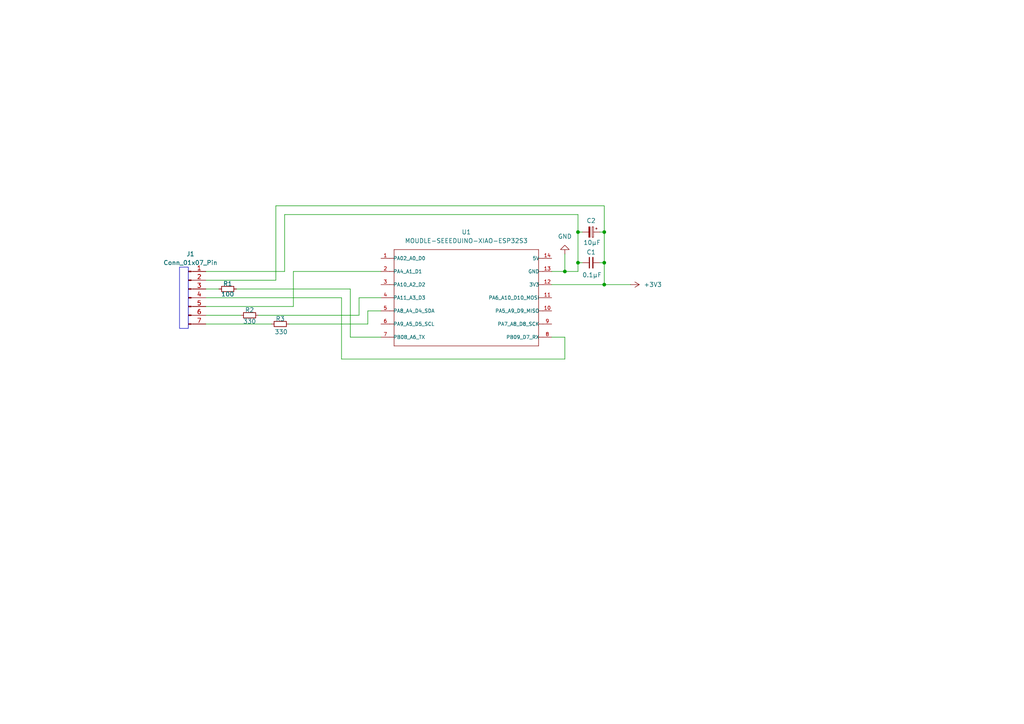
<source format=kicad_sch>
(kicad_sch (version 20250114) (generator "eeschema") (generator_version "9.0")
  (paper "A4")
  (lib_symbols
    (symbol "Connector:Conn_01x07_Pin" (pin_names (offset 1.016) (hide yes))
      (property "Reference" "J" (at 0 10.16 0))
      (property "Value" "Conn_01x07_Pin" (at 0 -10.16 0))
      (symbol "Conn_01x07_Pin_1_1"
        (rectangle (start 0.8636 7.747) (end 0 7.493) (stroke (width 0.1524)) (fill (type outline)))
        (rectangle (start 0.8636 5.207) (end 0 4.953) (stroke (width 0.1524)) (fill (type outline)))
        (rectangle (start 0.8636 2.667) (end 0 2.413) (stroke (width 0.1524)) (fill (type outline)))
        (rectangle (start 0.8636 0.127) (end 0 -0.127) (stroke (width 0.1524)) (fill (type outline)))
        (rectangle (start 0.8636 -2.413) (end 0 -2.667) (stroke (width 0.1524)) (fill (type outline)))
        (rectangle (start 0.8636 -4.953) (end 0 -5.207) (stroke (width 0.1524)) (fill (type outline)))
        (rectangle (start 0.8636 -7.493) (end 0 -7.747) (stroke (width 0.1524)) (fill (type outline)))
        (polyline (pts (xy 1.27 7.62) (xy 0.8636 7.62)) (stroke (width 0.1524)))
        (polyline (pts (xy 1.27 5.08) (xy 0.8636 5.08)) (stroke (width 0.1524)))
        (polyline (pts (xy 1.27 2.54) (xy 0.8636 2.54)) (stroke (width 0.1524)))
        (polyline (pts (xy 1.27 0) (xy 0.8636 0)) (stroke (width 0.1524)))
        (polyline (pts (xy 1.27 -2.54) (xy 0.8636 -2.54)) (stroke (width 0.1524)))
        (polyline (pts (xy 1.27 -5.08) (xy 0.8636 -5.08)) (stroke (width 0.1524)))
        (polyline (pts (xy 1.27 -7.62) (xy 0.8636 -7.62)) (stroke (width 0.1524)))
        (pin passive line (at 5.08 7.62 180) (length 3.81) (name "Pin_1") (number "1"))
        (pin passive line (at 5.08 5.08 180) (length 3.81) (name "Pin_2") (number "2"))
        (pin passive line (at 5.08 2.54 180) (length 3.81) (name "Pin_3") (number "3"))
        (pin passive line (at 5.08 0 180) (length 3.81) (name "Pin_4") (number "4"))
        (pin passive line (at 5.08 -2.54 180) (length 3.81) (name "Pin_5") (number "5"))
        (pin passive line (at 5.08 -5.08 180) (length 3.81) (name "Pin_6") (number "6"))
        (pin passive line (at 5.08 -7.62 180) (length 3.81) (name "Pin_7") (number "7"))
      )
    )
    (symbol "Device:C_Polarized_Small" (pin_numbers (hide yes)) (pin_names (offset 0.254) (hide yes))
      (property "Reference" "C" (at 0.254 1.778 0))
      (property "Value" "C_Polarized_Small" (at 0.254 -2.032 0))
      (symbol "C_Polarized_Small_0_1"
        (rectangle (start -1.524 0.6858) (end 1.524 0.3048))
        (rectangle (start -1.524 -0.3048) (end 1.524 -0.6858) (fill (type outline)))
        (polyline (pts (xy -1.27 1.524) (xy -0.762 1.524)))
        (polyline (pts (xy -1.016 1.27) (xy -1.016 1.778)))
      )
      (symbol "C_Polarized_Small_1_1"
        (pin passive line (at 0 2.54 270) (length 1.8542) (name "~") (number "1"))
        (pin passive line (at 0 -2.54 90) (length 1.8542) (name "~") (number "2"))
      )
    )
    (symbol "Device:C_Small" (pin_numbers (hide yes)) (pin_names (offset 0.254) (hide yes))
      (property "Reference" "C" (at 0.254 1.778 0))
      (property "Value" "C_Small" (at 0.254 -2.032 0))
      (symbol "C_Small_0_1"
        (polyline (pts (xy -1.524 0.508) (xy 1.524 0.508)) (stroke (width 0.3048)))
        (polyline (pts (xy -1.524 -0.508) (xy 1.524 -0.508)) (stroke (width 0.3302)))
      )
      (symbol "C_Small_1_1"
        (pin passive line (at 0 2.54 270) (length 2.032) (name "~") (number "1"))
        (pin passive line (at 0 -2.54 90) (length 2.032) (name "~") (number "2"))
      )
    )
    (symbol "Device:R_Small" (pin_numbers (hide yes)) (pin_names (offset 0.254) (hide yes))
      (property "Reference" "R" (at 0.762 0.508 0))
      (property "Value" "R_Small" (at 0.762 -1.016 0))
      (symbol "R_Small_0_1"
        (rectangle (start -0.762 1.778) (end 0.762 -1.778) (stroke (width 0.2032)))
      )
      (symbol "R_Small_1_1"
        (pin passive line (at 0 2.54 270) (length 0.762) (name "~") (number "1"))
        (pin passive line (at 0 -2.54 90) (length 0.762) (name "~") (number "2"))
      )
    )
    (symbol "MOUDLE-SEEEDUINO-XIAO-ESP32S3:MOUDLE-SEEEDUINO-XIAO-ESP32S3" (pin_names (offset 1.016))
      (property "Reference" "U" (at -21.59 15.24 0))
      (property "Value" "MOUDLE-SEEEDUINO-XIAO-ESP32S3" (at -21.59 13.97 0))
      (symbol "MOUDLE-SEEEDUINO-XIAO-ESP32S3_0_0"
        (polyline (pts (xy -21.59 13.97) (xy 20.32 13.97)) (stroke (width 0.1524)))
        (polyline (pts (xy -21.59 11.43) (xy -22.86 11.43)) (stroke (width 0.1524)))
        (polyline (pts (xy -21.59 11.43) (xy -21.59 13.97)) (stroke (width 0.1524)))
        (polyline (pts (xy -21.59 7.62) (xy -22.86 7.62)) (stroke (width 0.1524)))
        (polyline (pts (xy -21.59 7.62) (xy -21.59 11.43)) (stroke (width 0.1524)))
        (polyline (pts (xy -21.59 3.81) (xy -22.86 3.81)) (stroke (width 0.1524)))
        (polyline (pts (xy -21.59 3.81) (xy -21.59 7.62)) (stroke (width 0.1524)))
        (polyline (pts (xy -21.59 0) (xy -22.86 0)) (stroke (width 0.1524)))
        (polyline (pts (xy -21.59 0) (xy -21.59 3.81)) (stroke (width 0.1524)))
        (polyline (pts (xy -21.59 -3.81) (xy -22.86 -3.81)) (stroke (width 0.1524)))
        (polyline (pts (xy -21.59 -7.62) (xy -22.86 -7.62)) (stroke (width 0.1524)))
        (polyline (pts (xy -21.59 -11.43) (xy -22.86 -11.43)) (stroke (width 0.1524)))
        (polyline (pts (xy -21.59 -13.97) (xy -21.59 0)) (stroke (width 0.1524)))
        (polyline (pts (xy 20.32 13.97) (xy 20.32 11.43)) (stroke (width 0.1524)))
        (polyline (pts (xy 20.32 11.43) (xy 20.32 7.62)) (stroke (width 0.1524)))
        (polyline (pts (xy 20.32 7.62) (xy 20.32 3.81)) (stroke (width 0.1524)))
        (polyline (pts (xy 20.32 3.81) (xy 20.32 -13.97)) (stroke (width 0.1524)))
        (polyline (pts (xy 20.32 -13.97) (xy -21.59 -13.97)) (stroke (width 0.1524)))
        (polyline (pts (xy 21.59 11.43) (xy 20.32 11.43)) (stroke (width 0.1524)))
        (polyline (pts (xy 21.59 7.62) (xy 20.32 7.62)) (stroke (width 0.1524)))
        (polyline (pts (xy 21.59 3.81) (xy 20.32 3.81)) (stroke (width 0.1524)))
        (polyline (pts (xy 21.59 0) (xy 20.32 0)) (stroke (width 0.1524)))
        (polyline (pts (xy 21.59 -3.81) (xy 20.32 -3.81)) (stroke (width 0.1524)))
        (polyline (pts (xy 21.59 -7.62) (xy 20.32 -7.62)) (stroke (width 0.1524)))
        (polyline (pts (xy 21.59 -11.43) (xy 20.32 -11.43)) (stroke (width 0.1524)))
        (pin bidirectional line (at -25.4 11.43 0) (length 2.54) (name "PA02_A0_D0") (number "1"))
        (pin bidirectional line (at -25.4 7.62 0) (length 2.54) (name "PA4_A1_D1") (number "2"))
        (pin bidirectional line (at -25.4 3.81 0) (length 2.54) (name "PA10_A2_D2") (number "3"))
        (pin bidirectional line (at -25.4 0 0) (length 2.54) (name "PA11_A3_D3") (number "4"))
        (pin bidirectional line (at -25.4 -3.81 0) (length 2.54) (name "PA8_A4_D4_SDA") (number "5"))
        (pin bidirectional line (at -25.4 -7.62 0) (length 2.54) (name "PA9_A5_D5_SCL") (number "6"))
        (pin bidirectional line (at -25.4 -11.43 0) (length 2.54) (name "PB08_A6_TX") (number "7"))
        (pin bidirectional line (at 24.13 11.43 180) (length 2.54) (name "5V") (number "14"))
        (pin bidirectional line (at 24.13 7.62 180) (length 2.54) (name "GND") (number "13"))
        (pin bidirectional line (at 24.13 3.81 180) (length 2.54) (name "3V3") (number "12"))
        (pin bidirectional line (at 24.13 0 180) (length 2.54) (name "PA6_A10_D10_MOSI") (number "11"))
        (pin bidirectional line (at 24.13 -3.81 180) (length 2.54) (name "PA5_A9_D9_MISO") (number "10"))
        (pin bidirectional line (at 24.13 -7.62 180) (length 2.54) (name "PA7_A8_D8_SCK") (number "9"))
        (pin bidirectional line (at 24.13 -11.43 180) (length 2.54) (name "PB09_D7_RX") (number "8"))
      )
    )
    (symbol "power:+3V3" (power) (pin_numbers (hide yes)) (pin_names (offset 0) (hide yes))
      (property "Value" "+3V3" (at 0 3.556 0))
      (symbol "+3V3_0_1"
        (polyline (pts (xy -0.762 1.27) (xy 0 2.54)))
        (polyline (pts (xy 0 2.54) (xy 0.762 1.27)))
        (polyline (pts (xy 0 0) (xy 0 2.54)))
      )
      (symbol "+3V3_1_1"
        (pin power_in line (at 0 0 90) (length 0) (name "~") (number "1"))
      )
    )
    (symbol "power:GND" (power) (pin_numbers (hide yes)) (pin_names (offset 0) (hide yes))
      (property "Value" "GND" (at 0 -3.81 0))
      (symbol "GND_0_1"
        (polyline (pts (xy 0 0) (xy 0 -1.27) (xy 1.27 -1.27) (xy 0 -2.54) (xy -1.27 -1.27) (xy 0 -1.27)))
      )
      (symbol "GND_1_1"
        (pin power_in line (at 0 0 270) (length 0) (name "~") (number "1"))
      )
    )
  )
  (rectangle (start 52.07 77.47) (end 54.61 95.25))
  (junction (at 175.26 76.2))
  (junction (at 167.64 76.2))
  (junction (at 175.26 82.55))
  (junction (at 167.64 67.31))
  (junction (at 163.83 78.74))
  (junction (at 175.26 67.31))
  (wire (pts (xy 110.49 86.36) (xy 104.14 86.36)))
  (wire (pts (xy 80.01 81.28) (xy 59.69 81.28)))
  (wire (pts (xy 163.83 78.74) (xy 167.64 78.74)))
  (wire (pts (xy 83.82 93.98) (xy 106.68 93.98)))
  (wire (pts (xy 175.26 82.55) (xy 182.88 82.55)))
  (wire (pts (xy 59.69 91.44) (xy 69.85 91.44)))
  (wire (pts (xy 175.26 82.55) (xy 175.26 76.2)))
  (wire (pts (xy 85.09 88.9) (xy 59.69 88.9)))
  (wire (pts (xy 99.06 104.14) (xy 99.06 86.36)))
  (wire (pts (xy 82.55 62.23) (xy 167.64 62.23)))
  (wire (pts (xy 173.99 76.2) (xy 175.26 76.2)))
  (wire (pts (xy 160.02 78.74) (xy 163.83 78.74)))
  (wire (pts (xy 167.64 67.31) (xy 167.64 62.23)))
  (wire (pts (xy 74.93 91.44) (xy 104.14 91.44)))
  (wire (pts (xy 160.02 82.55) (xy 175.26 82.55)))
  (wire (pts (xy 101.6 97.79) (xy 101.6 83.82)))
  (wire (pts (xy 59.69 93.98) (xy 78.74 93.98)))
  (wire (pts (xy 167.64 67.31) (xy 168.91 67.31)))
  (wire (pts (xy 80.01 59.69) (xy 175.26 59.69)))
  (wire (pts (xy 173.99 67.31) (xy 175.26 67.31)))
  (wire (pts (xy 110.49 78.74) (xy 85.09 78.74)))
  (wire (pts (xy 160.02 97.79) (xy 163.83 97.79)))
  (wire (pts (xy 82.55 62.23) (xy 82.55 78.74)))
  (wire (pts (xy 82.55 78.74) (xy 59.69 78.74)))
  (wire (pts (xy 99.06 86.36) (xy 59.69 86.36)))
  (wire (pts (xy 85.09 78.74) (xy 85.09 88.9)))
  (wire (pts (xy 68.58 83.82) (xy 101.6 83.82)))
  (wire (pts (xy 59.69 83.82) (xy 63.5 83.82)))
  (wire (pts (xy 163.83 97.79) (xy 163.83 104.14)))
  (wire (pts (xy 167.64 76.2) (xy 168.91 76.2)))
  (wire (pts (xy 104.14 86.36) (xy 104.14 91.44)))
  (wire (pts (xy 80.01 59.69) (xy 80.01 81.28)))
  (wire (pts (xy 167.64 76.2) (xy 167.64 67.31)))
  (wire (pts (xy 163.83 73.66) (xy 163.83 78.74)))
  (wire (pts (xy 106.68 90.17) (xy 106.68 93.98)))
  (wire (pts (xy 163.83 104.14) (xy 99.06 104.14)))
  (wire (pts (xy 167.64 78.74) (xy 167.64 76.2)))
  (wire (pts (xy 106.68 90.17) (xy 110.49 90.17)))
  (wire (pts (xy 175.26 76.2) (xy 175.26 67.31)))
  (wire (pts (xy 110.49 97.79) (xy 101.6 97.79)))
  (wire (pts (xy 175.26 67.31) (xy 175.26 59.69)))
  (symbol (lib_id "MOUDLE-SEEEDUINO-XIAO-ESP32S3:MOUDLE-SEEEDUINO-XIAO-ESP32S3") (at 135.89 86.36 0) (unit 1)
    (property "Reference" "U1" (at 135.255 67.31 0))
    (property "Value" "MOUDLE-SEEEDUINO-XIAO-ESP32S3" (at 135.255 69.85 0))
    (property "Footprint" "footprints:XIAO-ESP32S3-DIP" (effects (hide yes)))
  )
  (symbol (lib_id "Device:C_Polarized_Small") (at 171.45 67.31 270) (unit 1)
    (property "Reference" "C2" (at 171.45 64.008 90))
    (property "Value" "10μF" (at 171.704 70.358 90))
    (property "Footprint" "Capacitor_THT:CP_Radial_D5.0mm_P2.50mm" (effects (hide yes)))
    (property "Description" "Polarized capacitor, small symbol" (effects (hide yes)))
  )
  (symbol (lib_id "power:GND") (at 163.83 73.66 180) (unit 1)
    (property "Reference" "#PWR01" (effects (hide yes)))
    (property "Value" "GND" (at 163.83 68.58 0))
    (property "Description" "Power symbol creates a global label with name \"GND\" , ground" (effects (hide yes)))
  )
  (symbol (lib_id "Device:R_Small") (at 66.04 83.82 90) (unit 1)
    (property "Reference" "R1" (at 66.04 82.296 90))
    (property "Value" "100" (at 66.04 85.344 90))
    (property "Footprint" "Resistor_THT:R_Axial_DIN0207_L6.3mm_D2.5mm_P10.16mm_Horizontal" (effects (hide yes)))
    (property "Description" "Resistor, small symbol" (effects (hide yes)))
  )
  (symbol (lib_id "Device:R_Small") (at 81.28 93.98 90) (unit 1)
    (property "Reference" "R3" (at 81.28 92.456 90))
    (property "Value" "330" (at 81.534 96.266 90))
    (property "Footprint" "Resistor_THT:R_Axial_DIN0207_L6.3mm_D2.5mm_P10.16mm_Horizontal" (effects (hide yes)))
    (property "Description" "Resistor, small symbol" (effects (hide yes)))
  )
  (symbol (lib_id "power:+3V3") (at 182.88 82.55 270) (unit 1)
    (property "Reference" "#PWR02" (effects (hide yes)))
    (property "Value" "+3V3" (at 186.69 82.5499 90) (effects (justify left)))
    (property "Description" "Power symbol creates a global label with name \"+3V3\"" (effects (hide yes)))
  )
  (symbol (lib_id "Device:C_Small") (at 171.45 76.2 90) (unit 1)
    (property "Reference" "C1" (at 171.45 73.152 90))
    (property "Value" "0.1μF" (at 171.704 79.756 90))
    (property "Footprint" "Capacitor_THT:C_Radial_D6.3mm_H5.0mm_P2.50mm" (effects (hide yes)))
    (property "Description" "Unpolarized capacitor, small symbol" (effects (hide yes)))
  )
  (symbol (lib_id "Connector:Conn_01x07_Pin") (at 54.61 86.36 0) (unit 1)
    (property "Reference" "J1" (at 55.245 73.66 0))
    (property "Value" "Conn_01x07_Pin" (at 55.245 76.2 0))
    (property "Footprint" "Connector_PinHeader_2.54mm:PinHeader_1x07_P2.54mm_Vertical" (effects (hide yes)))
    (property "Description" "Generic connector, single row, 01x07, script generated" (effects (hide yes)))
  )
  (symbol (lib_id "Device:R_Small") (at 72.39 91.44 90) (unit 1)
    (property "Reference" "R2" (at 72.39 89.916 90))
    (property "Value" "330" (at 72.39 93.218 90))
    (property "Footprint" "Resistor_THT:R_Axial_DIN0207_L6.3mm_D2.5mm_P10.16mm_Horizontal" (effects (hide yes)))
    (property "Description" "Resistor, small symbol" (effects (hide yes)))
  )
)
</source>
